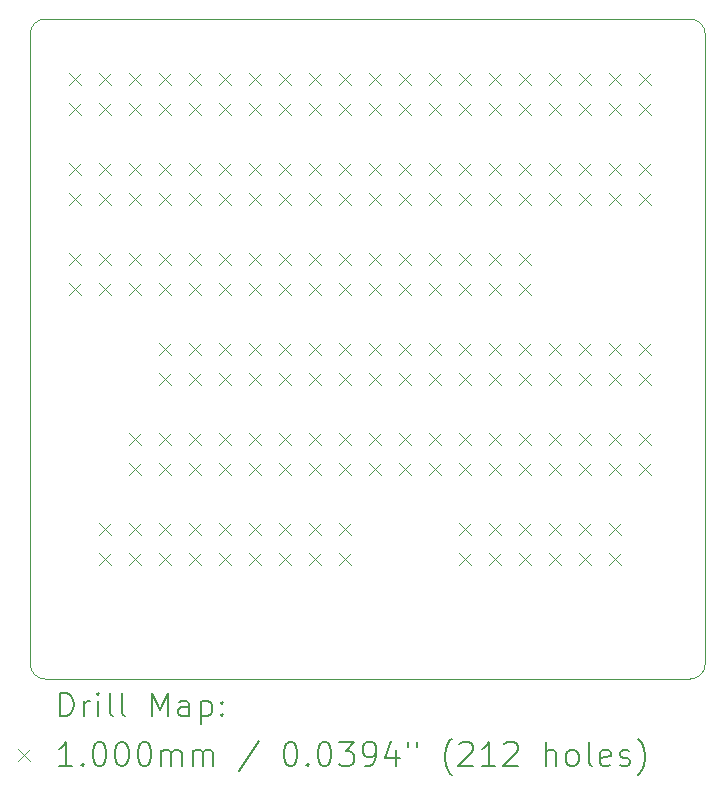
<source format=gbr>
%TF.GenerationSoftware,KiCad,Pcbnew,6.0.9-8da3e8f707~116~ubuntu20.04.1*%
%TF.CreationDate,2022-12-12T12:36:43+01:00*%
%TF.ProjectId,z_adaptor,7a5f6164-6170-4746-9f72-2e6b69636164,rev?*%
%TF.SameCoordinates,Original*%
%TF.FileFunction,Drillmap*%
%TF.FilePolarity,Positive*%
%FSLAX45Y45*%
G04 Gerber Fmt 4.5, Leading zero omitted, Abs format (unit mm)*
G04 Created by KiCad (PCBNEW 6.0.9-8da3e8f707~116~ubuntu20.04.1) date 2022-12-12 12:36:43*
%MOMM*%
%LPD*%
G01*
G04 APERTURE LIST*
%ADD10C,0.100000*%
%ADD11C,0.200000*%
G04 APERTURE END LIST*
D10*
X11049000Y-9271000D02*
G75*
G03*
X11176000Y-9398000I127000J0D01*
G01*
X11176000Y-3810000D02*
X16637000Y-3810000D01*
X16764000Y-3937000D02*
G75*
G03*
X16637000Y-3810000I-127000J0D01*
G01*
X16764000Y-3937000D02*
X16764000Y-9271000D01*
X16637000Y-9398000D02*
G75*
G03*
X16764000Y-9271000I0J127000D01*
G01*
X16637000Y-9398000D02*
X11176000Y-9398000D01*
X11049000Y-9271000D02*
X11049000Y-3937000D01*
X11176000Y-3810000D02*
G75*
G03*
X11049000Y-3937000I0J-127000D01*
G01*
D11*
D10*
X11380000Y-4268000D02*
X11480000Y-4368000D01*
X11480000Y-4268000D02*
X11380000Y-4368000D01*
X11380000Y-4522000D02*
X11480000Y-4622000D01*
X11480000Y-4522000D02*
X11380000Y-4622000D01*
X11380000Y-5030000D02*
X11480000Y-5130000D01*
X11480000Y-5030000D02*
X11380000Y-5130000D01*
X11380000Y-5284000D02*
X11480000Y-5384000D01*
X11480000Y-5284000D02*
X11380000Y-5384000D01*
X11380000Y-5792000D02*
X11480000Y-5892000D01*
X11480000Y-5792000D02*
X11380000Y-5892000D01*
X11380000Y-6046000D02*
X11480000Y-6146000D01*
X11480000Y-6046000D02*
X11380000Y-6146000D01*
X11634000Y-4268000D02*
X11734000Y-4368000D01*
X11734000Y-4268000D02*
X11634000Y-4368000D01*
X11634000Y-4522000D02*
X11734000Y-4622000D01*
X11734000Y-4522000D02*
X11634000Y-4622000D01*
X11634000Y-5030000D02*
X11734000Y-5130000D01*
X11734000Y-5030000D02*
X11634000Y-5130000D01*
X11634000Y-5284000D02*
X11734000Y-5384000D01*
X11734000Y-5284000D02*
X11634000Y-5384000D01*
X11634000Y-5792000D02*
X11734000Y-5892000D01*
X11734000Y-5792000D02*
X11634000Y-5892000D01*
X11634000Y-6046000D02*
X11734000Y-6146000D01*
X11734000Y-6046000D02*
X11634000Y-6146000D01*
X11634000Y-8078000D02*
X11734000Y-8178000D01*
X11734000Y-8078000D02*
X11634000Y-8178000D01*
X11634000Y-8332000D02*
X11734000Y-8432000D01*
X11734000Y-8332000D02*
X11634000Y-8432000D01*
X11888000Y-4268000D02*
X11988000Y-4368000D01*
X11988000Y-4268000D02*
X11888000Y-4368000D01*
X11888000Y-4522000D02*
X11988000Y-4622000D01*
X11988000Y-4522000D02*
X11888000Y-4622000D01*
X11888000Y-5030000D02*
X11988000Y-5130000D01*
X11988000Y-5030000D02*
X11888000Y-5130000D01*
X11888000Y-5284000D02*
X11988000Y-5384000D01*
X11988000Y-5284000D02*
X11888000Y-5384000D01*
X11888000Y-5792000D02*
X11988000Y-5892000D01*
X11988000Y-5792000D02*
X11888000Y-5892000D01*
X11888000Y-6046000D02*
X11988000Y-6146000D01*
X11988000Y-6046000D02*
X11888000Y-6146000D01*
X11888000Y-7316000D02*
X11988000Y-7416000D01*
X11988000Y-7316000D02*
X11888000Y-7416000D01*
X11888000Y-7570000D02*
X11988000Y-7670000D01*
X11988000Y-7570000D02*
X11888000Y-7670000D01*
X11888000Y-8078000D02*
X11988000Y-8178000D01*
X11988000Y-8078000D02*
X11888000Y-8178000D01*
X11888000Y-8332000D02*
X11988000Y-8432000D01*
X11988000Y-8332000D02*
X11888000Y-8432000D01*
X12142000Y-4268000D02*
X12242000Y-4368000D01*
X12242000Y-4268000D02*
X12142000Y-4368000D01*
X12142000Y-4522000D02*
X12242000Y-4622000D01*
X12242000Y-4522000D02*
X12142000Y-4622000D01*
X12142000Y-5030000D02*
X12242000Y-5130000D01*
X12242000Y-5030000D02*
X12142000Y-5130000D01*
X12142000Y-5284000D02*
X12242000Y-5384000D01*
X12242000Y-5284000D02*
X12142000Y-5384000D01*
X12142000Y-5792000D02*
X12242000Y-5892000D01*
X12242000Y-5792000D02*
X12142000Y-5892000D01*
X12142000Y-6046000D02*
X12242000Y-6146000D01*
X12242000Y-6046000D02*
X12142000Y-6146000D01*
X12142000Y-6554000D02*
X12242000Y-6654000D01*
X12242000Y-6554000D02*
X12142000Y-6654000D01*
X12142000Y-6808000D02*
X12242000Y-6908000D01*
X12242000Y-6808000D02*
X12142000Y-6908000D01*
X12142000Y-7316000D02*
X12242000Y-7416000D01*
X12242000Y-7316000D02*
X12142000Y-7416000D01*
X12142000Y-7570000D02*
X12242000Y-7670000D01*
X12242000Y-7570000D02*
X12142000Y-7670000D01*
X12142000Y-8078000D02*
X12242000Y-8178000D01*
X12242000Y-8078000D02*
X12142000Y-8178000D01*
X12142000Y-8332000D02*
X12242000Y-8432000D01*
X12242000Y-8332000D02*
X12142000Y-8432000D01*
X12396000Y-4268000D02*
X12496000Y-4368000D01*
X12496000Y-4268000D02*
X12396000Y-4368000D01*
X12396000Y-4522000D02*
X12496000Y-4622000D01*
X12496000Y-4522000D02*
X12396000Y-4622000D01*
X12396000Y-5030000D02*
X12496000Y-5130000D01*
X12496000Y-5030000D02*
X12396000Y-5130000D01*
X12396000Y-5284000D02*
X12496000Y-5384000D01*
X12496000Y-5284000D02*
X12396000Y-5384000D01*
X12396000Y-5792000D02*
X12496000Y-5892000D01*
X12496000Y-5792000D02*
X12396000Y-5892000D01*
X12396000Y-6046000D02*
X12496000Y-6146000D01*
X12496000Y-6046000D02*
X12396000Y-6146000D01*
X12396000Y-6554000D02*
X12496000Y-6654000D01*
X12496000Y-6554000D02*
X12396000Y-6654000D01*
X12396000Y-6808000D02*
X12496000Y-6908000D01*
X12496000Y-6808000D02*
X12396000Y-6908000D01*
X12396000Y-7316000D02*
X12496000Y-7416000D01*
X12496000Y-7316000D02*
X12396000Y-7416000D01*
X12396000Y-7570000D02*
X12496000Y-7670000D01*
X12496000Y-7570000D02*
X12396000Y-7670000D01*
X12396000Y-8078000D02*
X12496000Y-8178000D01*
X12496000Y-8078000D02*
X12396000Y-8178000D01*
X12396000Y-8332000D02*
X12496000Y-8432000D01*
X12496000Y-8332000D02*
X12396000Y-8432000D01*
X12650000Y-4268000D02*
X12750000Y-4368000D01*
X12750000Y-4268000D02*
X12650000Y-4368000D01*
X12650000Y-4522000D02*
X12750000Y-4622000D01*
X12750000Y-4522000D02*
X12650000Y-4622000D01*
X12650000Y-5030000D02*
X12750000Y-5130000D01*
X12750000Y-5030000D02*
X12650000Y-5130000D01*
X12650000Y-5284000D02*
X12750000Y-5384000D01*
X12750000Y-5284000D02*
X12650000Y-5384000D01*
X12650000Y-5792000D02*
X12750000Y-5892000D01*
X12750000Y-5792000D02*
X12650000Y-5892000D01*
X12650000Y-6046000D02*
X12750000Y-6146000D01*
X12750000Y-6046000D02*
X12650000Y-6146000D01*
X12650000Y-6554000D02*
X12750000Y-6654000D01*
X12750000Y-6554000D02*
X12650000Y-6654000D01*
X12650000Y-6808000D02*
X12750000Y-6908000D01*
X12750000Y-6808000D02*
X12650000Y-6908000D01*
X12650000Y-7316000D02*
X12750000Y-7416000D01*
X12750000Y-7316000D02*
X12650000Y-7416000D01*
X12650000Y-7570000D02*
X12750000Y-7670000D01*
X12750000Y-7570000D02*
X12650000Y-7670000D01*
X12650000Y-8078000D02*
X12750000Y-8178000D01*
X12750000Y-8078000D02*
X12650000Y-8178000D01*
X12650000Y-8332000D02*
X12750000Y-8432000D01*
X12750000Y-8332000D02*
X12650000Y-8432000D01*
X12904000Y-4268000D02*
X13004000Y-4368000D01*
X13004000Y-4268000D02*
X12904000Y-4368000D01*
X12904000Y-4522000D02*
X13004000Y-4622000D01*
X13004000Y-4522000D02*
X12904000Y-4622000D01*
X12904000Y-5030000D02*
X13004000Y-5130000D01*
X13004000Y-5030000D02*
X12904000Y-5130000D01*
X12904000Y-5284000D02*
X13004000Y-5384000D01*
X13004000Y-5284000D02*
X12904000Y-5384000D01*
X12904000Y-5792000D02*
X13004000Y-5892000D01*
X13004000Y-5792000D02*
X12904000Y-5892000D01*
X12904000Y-6046000D02*
X13004000Y-6146000D01*
X13004000Y-6046000D02*
X12904000Y-6146000D01*
X12904000Y-6554000D02*
X13004000Y-6654000D01*
X13004000Y-6554000D02*
X12904000Y-6654000D01*
X12904000Y-6808000D02*
X13004000Y-6908000D01*
X13004000Y-6808000D02*
X12904000Y-6908000D01*
X12904000Y-7316000D02*
X13004000Y-7416000D01*
X13004000Y-7316000D02*
X12904000Y-7416000D01*
X12904000Y-7570000D02*
X13004000Y-7670000D01*
X13004000Y-7570000D02*
X12904000Y-7670000D01*
X12904000Y-8078000D02*
X13004000Y-8178000D01*
X13004000Y-8078000D02*
X12904000Y-8178000D01*
X12904000Y-8332000D02*
X13004000Y-8432000D01*
X13004000Y-8332000D02*
X12904000Y-8432000D01*
X13158000Y-4268000D02*
X13258000Y-4368000D01*
X13258000Y-4268000D02*
X13158000Y-4368000D01*
X13158000Y-4522000D02*
X13258000Y-4622000D01*
X13258000Y-4522000D02*
X13158000Y-4622000D01*
X13158000Y-5030000D02*
X13258000Y-5130000D01*
X13258000Y-5030000D02*
X13158000Y-5130000D01*
X13158000Y-5284000D02*
X13258000Y-5384000D01*
X13258000Y-5284000D02*
X13158000Y-5384000D01*
X13158000Y-5792000D02*
X13258000Y-5892000D01*
X13258000Y-5792000D02*
X13158000Y-5892000D01*
X13158000Y-6046000D02*
X13258000Y-6146000D01*
X13258000Y-6046000D02*
X13158000Y-6146000D01*
X13158000Y-6554000D02*
X13258000Y-6654000D01*
X13258000Y-6554000D02*
X13158000Y-6654000D01*
X13158000Y-6808000D02*
X13258000Y-6908000D01*
X13258000Y-6808000D02*
X13158000Y-6908000D01*
X13158000Y-7316000D02*
X13258000Y-7416000D01*
X13258000Y-7316000D02*
X13158000Y-7416000D01*
X13158000Y-7570000D02*
X13258000Y-7670000D01*
X13258000Y-7570000D02*
X13158000Y-7670000D01*
X13158000Y-8078000D02*
X13258000Y-8178000D01*
X13258000Y-8078000D02*
X13158000Y-8178000D01*
X13158000Y-8332000D02*
X13258000Y-8432000D01*
X13258000Y-8332000D02*
X13158000Y-8432000D01*
X13412000Y-4268000D02*
X13512000Y-4368000D01*
X13512000Y-4268000D02*
X13412000Y-4368000D01*
X13412000Y-4522000D02*
X13512000Y-4622000D01*
X13512000Y-4522000D02*
X13412000Y-4622000D01*
X13412000Y-5030000D02*
X13512000Y-5130000D01*
X13512000Y-5030000D02*
X13412000Y-5130000D01*
X13412000Y-5284000D02*
X13512000Y-5384000D01*
X13512000Y-5284000D02*
X13412000Y-5384000D01*
X13412000Y-5792000D02*
X13512000Y-5892000D01*
X13512000Y-5792000D02*
X13412000Y-5892000D01*
X13412000Y-6046000D02*
X13512000Y-6146000D01*
X13512000Y-6046000D02*
X13412000Y-6146000D01*
X13412000Y-6554000D02*
X13512000Y-6654000D01*
X13512000Y-6554000D02*
X13412000Y-6654000D01*
X13412000Y-6808000D02*
X13512000Y-6908000D01*
X13512000Y-6808000D02*
X13412000Y-6908000D01*
X13412000Y-7316000D02*
X13512000Y-7416000D01*
X13512000Y-7316000D02*
X13412000Y-7416000D01*
X13412000Y-7570000D02*
X13512000Y-7670000D01*
X13512000Y-7570000D02*
X13412000Y-7670000D01*
X13412000Y-8078000D02*
X13512000Y-8178000D01*
X13512000Y-8078000D02*
X13412000Y-8178000D01*
X13412000Y-8332000D02*
X13512000Y-8432000D01*
X13512000Y-8332000D02*
X13412000Y-8432000D01*
X13666000Y-4268000D02*
X13766000Y-4368000D01*
X13766000Y-4268000D02*
X13666000Y-4368000D01*
X13666000Y-4522000D02*
X13766000Y-4622000D01*
X13766000Y-4522000D02*
X13666000Y-4622000D01*
X13666000Y-5030000D02*
X13766000Y-5130000D01*
X13766000Y-5030000D02*
X13666000Y-5130000D01*
X13666000Y-5284000D02*
X13766000Y-5384000D01*
X13766000Y-5284000D02*
X13666000Y-5384000D01*
X13666000Y-5792000D02*
X13766000Y-5892000D01*
X13766000Y-5792000D02*
X13666000Y-5892000D01*
X13666000Y-6046000D02*
X13766000Y-6146000D01*
X13766000Y-6046000D02*
X13666000Y-6146000D01*
X13666000Y-6554000D02*
X13766000Y-6654000D01*
X13766000Y-6554000D02*
X13666000Y-6654000D01*
X13666000Y-6808000D02*
X13766000Y-6908000D01*
X13766000Y-6808000D02*
X13666000Y-6908000D01*
X13666000Y-7316000D02*
X13766000Y-7416000D01*
X13766000Y-7316000D02*
X13666000Y-7416000D01*
X13666000Y-7570000D02*
X13766000Y-7670000D01*
X13766000Y-7570000D02*
X13666000Y-7670000D01*
X13666000Y-8078000D02*
X13766000Y-8178000D01*
X13766000Y-8078000D02*
X13666000Y-8178000D01*
X13666000Y-8332000D02*
X13766000Y-8432000D01*
X13766000Y-8332000D02*
X13666000Y-8432000D01*
X13920000Y-4268000D02*
X14020000Y-4368000D01*
X14020000Y-4268000D02*
X13920000Y-4368000D01*
X13920000Y-4522000D02*
X14020000Y-4622000D01*
X14020000Y-4522000D02*
X13920000Y-4622000D01*
X13920000Y-5030000D02*
X14020000Y-5130000D01*
X14020000Y-5030000D02*
X13920000Y-5130000D01*
X13920000Y-5284000D02*
X14020000Y-5384000D01*
X14020000Y-5284000D02*
X13920000Y-5384000D01*
X13920000Y-5792000D02*
X14020000Y-5892000D01*
X14020000Y-5792000D02*
X13920000Y-5892000D01*
X13920000Y-6046000D02*
X14020000Y-6146000D01*
X14020000Y-6046000D02*
X13920000Y-6146000D01*
X13920000Y-6554000D02*
X14020000Y-6654000D01*
X14020000Y-6554000D02*
X13920000Y-6654000D01*
X13920000Y-6808000D02*
X14020000Y-6908000D01*
X14020000Y-6808000D02*
X13920000Y-6908000D01*
X13920000Y-7316000D02*
X14020000Y-7416000D01*
X14020000Y-7316000D02*
X13920000Y-7416000D01*
X13920000Y-7570000D02*
X14020000Y-7670000D01*
X14020000Y-7570000D02*
X13920000Y-7670000D01*
X14174000Y-4268000D02*
X14274000Y-4368000D01*
X14274000Y-4268000D02*
X14174000Y-4368000D01*
X14174000Y-4522000D02*
X14274000Y-4622000D01*
X14274000Y-4522000D02*
X14174000Y-4622000D01*
X14174000Y-5030000D02*
X14274000Y-5130000D01*
X14274000Y-5030000D02*
X14174000Y-5130000D01*
X14174000Y-5284000D02*
X14274000Y-5384000D01*
X14274000Y-5284000D02*
X14174000Y-5384000D01*
X14174000Y-5792000D02*
X14274000Y-5892000D01*
X14274000Y-5792000D02*
X14174000Y-5892000D01*
X14174000Y-6046000D02*
X14274000Y-6146000D01*
X14274000Y-6046000D02*
X14174000Y-6146000D01*
X14174000Y-6554000D02*
X14274000Y-6654000D01*
X14274000Y-6554000D02*
X14174000Y-6654000D01*
X14174000Y-6808000D02*
X14274000Y-6908000D01*
X14274000Y-6808000D02*
X14174000Y-6908000D01*
X14174000Y-7316000D02*
X14274000Y-7416000D01*
X14274000Y-7316000D02*
X14174000Y-7416000D01*
X14174000Y-7570000D02*
X14274000Y-7670000D01*
X14274000Y-7570000D02*
X14174000Y-7670000D01*
X14428000Y-4268000D02*
X14528000Y-4368000D01*
X14528000Y-4268000D02*
X14428000Y-4368000D01*
X14428000Y-4522000D02*
X14528000Y-4622000D01*
X14528000Y-4522000D02*
X14428000Y-4622000D01*
X14428000Y-5030000D02*
X14528000Y-5130000D01*
X14528000Y-5030000D02*
X14428000Y-5130000D01*
X14428000Y-5284000D02*
X14528000Y-5384000D01*
X14528000Y-5284000D02*
X14428000Y-5384000D01*
X14428000Y-5792000D02*
X14528000Y-5892000D01*
X14528000Y-5792000D02*
X14428000Y-5892000D01*
X14428000Y-6046000D02*
X14528000Y-6146000D01*
X14528000Y-6046000D02*
X14428000Y-6146000D01*
X14428000Y-6554000D02*
X14528000Y-6654000D01*
X14528000Y-6554000D02*
X14428000Y-6654000D01*
X14428000Y-6808000D02*
X14528000Y-6908000D01*
X14528000Y-6808000D02*
X14428000Y-6908000D01*
X14428000Y-7316000D02*
X14528000Y-7416000D01*
X14528000Y-7316000D02*
X14428000Y-7416000D01*
X14428000Y-7570000D02*
X14528000Y-7670000D01*
X14528000Y-7570000D02*
X14428000Y-7670000D01*
X14682000Y-4268000D02*
X14782000Y-4368000D01*
X14782000Y-4268000D02*
X14682000Y-4368000D01*
X14682000Y-4522000D02*
X14782000Y-4622000D01*
X14782000Y-4522000D02*
X14682000Y-4622000D01*
X14682000Y-5030000D02*
X14782000Y-5130000D01*
X14782000Y-5030000D02*
X14682000Y-5130000D01*
X14682000Y-5284000D02*
X14782000Y-5384000D01*
X14782000Y-5284000D02*
X14682000Y-5384000D01*
X14682000Y-5792000D02*
X14782000Y-5892000D01*
X14782000Y-5792000D02*
X14682000Y-5892000D01*
X14682000Y-6046000D02*
X14782000Y-6146000D01*
X14782000Y-6046000D02*
X14682000Y-6146000D01*
X14682000Y-6554000D02*
X14782000Y-6654000D01*
X14782000Y-6554000D02*
X14682000Y-6654000D01*
X14682000Y-6808000D02*
X14782000Y-6908000D01*
X14782000Y-6808000D02*
X14682000Y-6908000D01*
X14682000Y-7316000D02*
X14782000Y-7416000D01*
X14782000Y-7316000D02*
X14682000Y-7416000D01*
X14682000Y-7570000D02*
X14782000Y-7670000D01*
X14782000Y-7570000D02*
X14682000Y-7670000D01*
X14682000Y-8078000D02*
X14782000Y-8178000D01*
X14782000Y-8078000D02*
X14682000Y-8178000D01*
X14682000Y-8332000D02*
X14782000Y-8432000D01*
X14782000Y-8332000D02*
X14682000Y-8432000D01*
X14936000Y-4268000D02*
X15036000Y-4368000D01*
X15036000Y-4268000D02*
X14936000Y-4368000D01*
X14936000Y-4522000D02*
X15036000Y-4622000D01*
X15036000Y-4522000D02*
X14936000Y-4622000D01*
X14936000Y-5030000D02*
X15036000Y-5130000D01*
X15036000Y-5030000D02*
X14936000Y-5130000D01*
X14936000Y-5284000D02*
X15036000Y-5384000D01*
X15036000Y-5284000D02*
X14936000Y-5384000D01*
X14936000Y-5792000D02*
X15036000Y-5892000D01*
X15036000Y-5792000D02*
X14936000Y-5892000D01*
X14936000Y-6046000D02*
X15036000Y-6146000D01*
X15036000Y-6046000D02*
X14936000Y-6146000D01*
X14936000Y-6554000D02*
X15036000Y-6654000D01*
X15036000Y-6554000D02*
X14936000Y-6654000D01*
X14936000Y-6808000D02*
X15036000Y-6908000D01*
X15036000Y-6808000D02*
X14936000Y-6908000D01*
X14936000Y-7316000D02*
X15036000Y-7416000D01*
X15036000Y-7316000D02*
X14936000Y-7416000D01*
X14936000Y-7570000D02*
X15036000Y-7670000D01*
X15036000Y-7570000D02*
X14936000Y-7670000D01*
X14936000Y-8078000D02*
X15036000Y-8178000D01*
X15036000Y-8078000D02*
X14936000Y-8178000D01*
X14936000Y-8332000D02*
X15036000Y-8432000D01*
X15036000Y-8332000D02*
X14936000Y-8432000D01*
X15190000Y-4268000D02*
X15290000Y-4368000D01*
X15290000Y-4268000D02*
X15190000Y-4368000D01*
X15190000Y-4522000D02*
X15290000Y-4622000D01*
X15290000Y-4522000D02*
X15190000Y-4622000D01*
X15190000Y-5030000D02*
X15290000Y-5130000D01*
X15290000Y-5030000D02*
X15190000Y-5130000D01*
X15190000Y-5284000D02*
X15290000Y-5384000D01*
X15290000Y-5284000D02*
X15190000Y-5384000D01*
X15190000Y-5792000D02*
X15290000Y-5892000D01*
X15290000Y-5792000D02*
X15190000Y-5892000D01*
X15190000Y-6046000D02*
X15290000Y-6146000D01*
X15290000Y-6046000D02*
X15190000Y-6146000D01*
X15190000Y-6554000D02*
X15290000Y-6654000D01*
X15290000Y-6554000D02*
X15190000Y-6654000D01*
X15190000Y-6808000D02*
X15290000Y-6908000D01*
X15290000Y-6808000D02*
X15190000Y-6908000D01*
X15190000Y-7316000D02*
X15290000Y-7416000D01*
X15290000Y-7316000D02*
X15190000Y-7416000D01*
X15190000Y-7570000D02*
X15290000Y-7670000D01*
X15290000Y-7570000D02*
X15190000Y-7670000D01*
X15190000Y-8078000D02*
X15290000Y-8178000D01*
X15290000Y-8078000D02*
X15190000Y-8178000D01*
X15190000Y-8332000D02*
X15290000Y-8432000D01*
X15290000Y-8332000D02*
X15190000Y-8432000D01*
X15444000Y-4268000D02*
X15544000Y-4368000D01*
X15544000Y-4268000D02*
X15444000Y-4368000D01*
X15444000Y-4522000D02*
X15544000Y-4622000D01*
X15544000Y-4522000D02*
X15444000Y-4622000D01*
X15444000Y-5030000D02*
X15544000Y-5130000D01*
X15544000Y-5030000D02*
X15444000Y-5130000D01*
X15444000Y-5284000D02*
X15544000Y-5384000D01*
X15544000Y-5284000D02*
X15444000Y-5384000D01*
X15444000Y-6554000D02*
X15544000Y-6654000D01*
X15544000Y-6554000D02*
X15444000Y-6654000D01*
X15444000Y-6808000D02*
X15544000Y-6908000D01*
X15544000Y-6808000D02*
X15444000Y-6908000D01*
X15444000Y-7316000D02*
X15544000Y-7416000D01*
X15544000Y-7316000D02*
X15444000Y-7416000D01*
X15444000Y-7570000D02*
X15544000Y-7670000D01*
X15544000Y-7570000D02*
X15444000Y-7670000D01*
X15444000Y-8078000D02*
X15544000Y-8178000D01*
X15544000Y-8078000D02*
X15444000Y-8178000D01*
X15444000Y-8332000D02*
X15544000Y-8432000D01*
X15544000Y-8332000D02*
X15444000Y-8432000D01*
X15698000Y-4268000D02*
X15798000Y-4368000D01*
X15798000Y-4268000D02*
X15698000Y-4368000D01*
X15698000Y-4522000D02*
X15798000Y-4622000D01*
X15798000Y-4522000D02*
X15698000Y-4622000D01*
X15698000Y-5030000D02*
X15798000Y-5130000D01*
X15798000Y-5030000D02*
X15698000Y-5130000D01*
X15698000Y-5284000D02*
X15798000Y-5384000D01*
X15798000Y-5284000D02*
X15698000Y-5384000D01*
X15698000Y-6554000D02*
X15798000Y-6654000D01*
X15798000Y-6554000D02*
X15698000Y-6654000D01*
X15698000Y-6808000D02*
X15798000Y-6908000D01*
X15798000Y-6808000D02*
X15698000Y-6908000D01*
X15698000Y-7316000D02*
X15798000Y-7416000D01*
X15798000Y-7316000D02*
X15698000Y-7416000D01*
X15698000Y-7570000D02*
X15798000Y-7670000D01*
X15798000Y-7570000D02*
X15698000Y-7670000D01*
X15698000Y-8078000D02*
X15798000Y-8178000D01*
X15798000Y-8078000D02*
X15698000Y-8178000D01*
X15698000Y-8332000D02*
X15798000Y-8432000D01*
X15798000Y-8332000D02*
X15698000Y-8432000D01*
X15952000Y-4268000D02*
X16052000Y-4368000D01*
X16052000Y-4268000D02*
X15952000Y-4368000D01*
X15952000Y-4522000D02*
X16052000Y-4622000D01*
X16052000Y-4522000D02*
X15952000Y-4622000D01*
X15952000Y-5030000D02*
X16052000Y-5130000D01*
X16052000Y-5030000D02*
X15952000Y-5130000D01*
X15952000Y-5284000D02*
X16052000Y-5384000D01*
X16052000Y-5284000D02*
X15952000Y-5384000D01*
X15952000Y-6554000D02*
X16052000Y-6654000D01*
X16052000Y-6554000D02*
X15952000Y-6654000D01*
X15952000Y-6808000D02*
X16052000Y-6908000D01*
X16052000Y-6808000D02*
X15952000Y-6908000D01*
X15952000Y-7316000D02*
X16052000Y-7416000D01*
X16052000Y-7316000D02*
X15952000Y-7416000D01*
X15952000Y-7570000D02*
X16052000Y-7670000D01*
X16052000Y-7570000D02*
X15952000Y-7670000D01*
X15952000Y-8078000D02*
X16052000Y-8178000D01*
X16052000Y-8078000D02*
X15952000Y-8178000D01*
X15952000Y-8332000D02*
X16052000Y-8432000D01*
X16052000Y-8332000D02*
X15952000Y-8432000D01*
X16206000Y-4268000D02*
X16306000Y-4368000D01*
X16306000Y-4268000D02*
X16206000Y-4368000D01*
X16206000Y-4522000D02*
X16306000Y-4622000D01*
X16306000Y-4522000D02*
X16206000Y-4622000D01*
X16206000Y-5030000D02*
X16306000Y-5130000D01*
X16306000Y-5030000D02*
X16206000Y-5130000D01*
X16206000Y-5284000D02*
X16306000Y-5384000D01*
X16306000Y-5284000D02*
X16206000Y-5384000D01*
X16206000Y-6554000D02*
X16306000Y-6654000D01*
X16306000Y-6554000D02*
X16206000Y-6654000D01*
X16206000Y-6808000D02*
X16306000Y-6908000D01*
X16306000Y-6808000D02*
X16206000Y-6908000D01*
X16206000Y-7316000D02*
X16306000Y-7416000D01*
X16306000Y-7316000D02*
X16206000Y-7416000D01*
X16206000Y-7570000D02*
X16306000Y-7670000D01*
X16306000Y-7570000D02*
X16206000Y-7670000D01*
D11*
X11301619Y-9713476D02*
X11301619Y-9513476D01*
X11349238Y-9513476D01*
X11377809Y-9523000D01*
X11396857Y-9542048D01*
X11406381Y-9561095D01*
X11415905Y-9599190D01*
X11415905Y-9627762D01*
X11406381Y-9665857D01*
X11396857Y-9684905D01*
X11377809Y-9703952D01*
X11349238Y-9713476D01*
X11301619Y-9713476D01*
X11501619Y-9713476D02*
X11501619Y-9580143D01*
X11501619Y-9618238D02*
X11511143Y-9599190D01*
X11520667Y-9589667D01*
X11539714Y-9580143D01*
X11558762Y-9580143D01*
X11625428Y-9713476D02*
X11625428Y-9580143D01*
X11625428Y-9513476D02*
X11615905Y-9523000D01*
X11625428Y-9532524D01*
X11634952Y-9523000D01*
X11625428Y-9513476D01*
X11625428Y-9532524D01*
X11749238Y-9713476D02*
X11730190Y-9703952D01*
X11720667Y-9684905D01*
X11720667Y-9513476D01*
X11854000Y-9713476D02*
X11834952Y-9703952D01*
X11825428Y-9684905D01*
X11825428Y-9513476D01*
X12082571Y-9713476D02*
X12082571Y-9513476D01*
X12149238Y-9656333D01*
X12215905Y-9513476D01*
X12215905Y-9713476D01*
X12396857Y-9713476D02*
X12396857Y-9608714D01*
X12387333Y-9589667D01*
X12368286Y-9580143D01*
X12330190Y-9580143D01*
X12311143Y-9589667D01*
X12396857Y-9703952D02*
X12377809Y-9713476D01*
X12330190Y-9713476D01*
X12311143Y-9703952D01*
X12301619Y-9684905D01*
X12301619Y-9665857D01*
X12311143Y-9646810D01*
X12330190Y-9637286D01*
X12377809Y-9637286D01*
X12396857Y-9627762D01*
X12492095Y-9580143D02*
X12492095Y-9780143D01*
X12492095Y-9589667D02*
X12511143Y-9580143D01*
X12549238Y-9580143D01*
X12568286Y-9589667D01*
X12577809Y-9599190D01*
X12587333Y-9618238D01*
X12587333Y-9675381D01*
X12577809Y-9694429D01*
X12568286Y-9703952D01*
X12549238Y-9713476D01*
X12511143Y-9713476D01*
X12492095Y-9703952D01*
X12673048Y-9694429D02*
X12682571Y-9703952D01*
X12673048Y-9713476D01*
X12663524Y-9703952D01*
X12673048Y-9694429D01*
X12673048Y-9713476D01*
X12673048Y-9589667D02*
X12682571Y-9599190D01*
X12673048Y-9608714D01*
X12663524Y-9599190D01*
X12673048Y-9589667D01*
X12673048Y-9608714D01*
D10*
X10944000Y-9993000D02*
X11044000Y-10093000D01*
X11044000Y-9993000D02*
X10944000Y-10093000D01*
D11*
X11406381Y-10133476D02*
X11292095Y-10133476D01*
X11349238Y-10133476D02*
X11349238Y-9933476D01*
X11330190Y-9962048D01*
X11311143Y-9981095D01*
X11292095Y-9990619D01*
X11492095Y-10114429D02*
X11501619Y-10123952D01*
X11492095Y-10133476D01*
X11482571Y-10123952D01*
X11492095Y-10114429D01*
X11492095Y-10133476D01*
X11625428Y-9933476D02*
X11644476Y-9933476D01*
X11663524Y-9943000D01*
X11673048Y-9952524D01*
X11682571Y-9971571D01*
X11692095Y-10009667D01*
X11692095Y-10057286D01*
X11682571Y-10095381D01*
X11673048Y-10114429D01*
X11663524Y-10123952D01*
X11644476Y-10133476D01*
X11625428Y-10133476D01*
X11606381Y-10123952D01*
X11596857Y-10114429D01*
X11587333Y-10095381D01*
X11577809Y-10057286D01*
X11577809Y-10009667D01*
X11587333Y-9971571D01*
X11596857Y-9952524D01*
X11606381Y-9943000D01*
X11625428Y-9933476D01*
X11815905Y-9933476D02*
X11834952Y-9933476D01*
X11854000Y-9943000D01*
X11863524Y-9952524D01*
X11873048Y-9971571D01*
X11882571Y-10009667D01*
X11882571Y-10057286D01*
X11873048Y-10095381D01*
X11863524Y-10114429D01*
X11854000Y-10123952D01*
X11834952Y-10133476D01*
X11815905Y-10133476D01*
X11796857Y-10123952D01*
X11787333Y-10114429D01*
X11777809Y-10095381D01*
X11768286Y-10057286D01*
X11768286Y-10009667D01*
X11777809Y-9971571D01*
X11787333Y-9952524D01*
X11796857Y-9943000D01*
X11815905Y-9933476D01*
X12006381Y-9933476D02*
X12025428Y-9933476D01*
X12044476Y-9943000D01*
X12054000Y-9952524D01*
X12063524Y-9971571D01*
X12073048Y-10009667D01*
X12073048Y-10057286D01*
X12063524Y-10095381D01*
X12054000Y-10114429D01*
X12044476Y-10123952D01*
X12025428Y-10133476D01*
X12006381Y-10133476D01*
X11987333Y-10123952D01*
X11977809Y-10114429D01*
X11968286Y-10095381D01*
X11958762Y-10057286D01*
X11958762Y-10009667D01*
X11968286Y-9971571D01*
X11977809Y-9952524D01*
X11987333Y-9943000D01*
X12006381Y-9933476D01*
X12158762Y-10133476D02*
X12158762Y-10000143D01*
X12158762Y-10019190D02*
X12168286Y-10009667D01*
X12187333Y-10000143D01*
X12215905Y-10000143D01*
X12234952Y-10009667D01*
X12244476Y-10028714D01*
X12244476Y-10133476D01*
X12244476Y-10028714D02*
X12254000Y-10009667D01*
X12273048Y-10000143D01*
X12301619Y-10000143D01*
X12320667Y-10009667D01*
X12330190Y-10028714D01*
X12330190Y-10133476D01*
X12425428Y-10133476D02*
X12425428Y-10000143D01*
X12425428Y-10019190D02*
X12434952Y-10009667D01*
X12454000Y-10000143D01*
X12482571Y-10000143D01*
X12501619Y-10009667D01*
X12511143Y-10028714D01*
X12511143Y-10133476D01*
X12511143Y-10028714D02*
X12520667Y-10009667D01*
X12539714Y-10000143D01*
X12568286Y-10000143D01*
X12587333Y-10009667D01*
X12596857Y-10028714D01*
X12596857Y-10133476D01*
X12987333Y-9923952D02*
X12815905Y-10181095D01*
X13244476Y-9933476D02*
X13263524Y-9933476D01*
X13282571Y-9943000D01*
X13292095Y-9952524D01*
X13301619Y-9971571D01*
X13311143Y-10009667D01*
X13311143Y-10057286D01*
X13301619Y-10095381D01*
X13292095Y-10114429D01*
X13282571Y-10123952D01*
X13263524Y-10133476D01*
X13244476Y-10133476D01*
X13225428Y-10123952D01*
X13215905Y-10114429D01*
X13206381Y-10095381D01*
X13196857Y-10057286D01*
X13196857Y-10009667D01*
X13206381Y-9971571D01*
X13215905Y-9952524D01*
X13225428Y-9943000D01*
X13244476Y-9933476D01*
X13396857Y-10114429D02*
X13406381Y-10123952D01*
X13396857Y-10133476D01*
X13387333Y-10123952D01*
X13396857Y-10114429D01*
X13396857Y-10133476D01*
X13530190Y-9933476D02*
X13549238Y-9933476D01*
X13568286Y-9943000D01*
X13577809Y-9952524D01*
X13587333Y-9971571D01*
X13596857Y-10009667D01*
X13596857Y-10057286D01*
X13587333Y-10095381D01*
X13577809Y-10114429D01*
X13568286Y-10123952D01*
X13549238Y-10133476D01*
X13530190Y-10133476D01*
X13511143Y-10123952D01*
X13501619Y-10114429D01*
X13492095Y-10095381D01*
X13482571Y-10057286D01*
X13482571Y-10009667D01*
X13492095Y-9971571D01*
X13501619Y-9952524D01*
X13511143Y-9943000D01*
X13530190Y-9933476D01*
X13663524Y-9933476D02*
X13787333Y-9933476D01*
X13720667Y-10009667D01*
X13749238Y-10009667D01*
X13768286Y-10019190D01*
X13777809Y-10028714D01*
X13787333Y-10047762D01*
X13787333Y-10095381D01*
X13777809Y-10114429D01*
X13768286Y-10123952D01*
X13749238Y-10133476D01*
X13692095Y-10133476D01*
X13673048Y-10123952D01*
X13663524Y-10114429D01*
X13882571Y-10133476D02*
X13920667Y-10133476D01*
X13939714Y-10123952D01*
X13949238Y-10114429D01*
X13968286Y-10085857D01*
X13977809Y-10047762D01*
X13977809Y-9971571D01*
X13968286Y-9952524D01*
X13958762Y-9943000D01*
X13939714Y-9933476D01*
X13901619Y-9933476D01*
X13882571Y-9943000D01*
X13873048Y-9952524D01*
X13863524Y-9971571D01*
X13863524Y-10019190D01*
X13873048Y-10038238D01*
X13882571Y-10047762D01*
X13901619Y-10057286D01*
X13939714Y-10057286D01*
X13958762Y-10047762D01*
X13968286Y-10038238D01*
X13977809Y-10019190D01*
X14149238Y-10000143D02*
X14149238Y-10133476D01*
X14101619Y-9923952D02*
X14054000Y-10066810D01*
X14177809Y-10066810D01*
X14244476Y-9933476D02*
X14244476Y-9971571D01*
X14320667Y-9933476D02*
X14320667Y-9971571D01*
X14615905Y-10209667D02*
X14606381Y-10200143D01*
X14587333Y-10171571D01*
X14577809Y-10152524D01*
X14568286Y-10123952D01*
X14558762Y-10076333D01*
X14558762Y-10038238D01*
X14568286Y-9990619D01*
X14577809Y-9962048D01*
X14587333Y-9943000D01*
X14606381Y-9914429D01*
X14615905Y-9904905D01*
X14682571Y-9952524D02*
X14692095Y-9943000D01*
X14711143Y-9933476D01*
X14758762Y-9933476D01*
X14777809Y-9943000D01*
X14787333Y-9952524D01*
X14796857Y-9971571D01*
X14796857Y-9990619D01*
X14787333Y-10019190D01*
X14673048Y-10133476D01*
X14796857Y-10133476D01*
X14987333Y-10133476D02*
X14873048Y-10133476D01*
X14930190Y-10133476D02*
X14930190Y-9933476D01*
X14911143Y-9962048D01*
X14892095Y-9981095D01*
X14873048Y-9990619D01*
X15063524Y-9952524D02*
X15073048Y-9943000D01*
X15092095Y-9933476D01*
X15139714Y-9933476D01*
X15158762Y-9943000D01*
X15168286Y-9952524D01*
X15177809Y-9971571D01*
X15177809Y-9990619D01*
X15168286Y-10019190D01*
X15054000Y-10133476D01*
X15177809Y-10133476D01*
X15415905Y-10133476D02*
X15415905Y-9933476D01*
X15501619Y-10133476D02*
X15501619Y-10028714D01*
X15492095Y-10009667D01*
X15473048Y-10000143D01*
X15444476Y-10000143D01*
X15425428Y-10009667D01*
X15415905Y-10019190D01*
X15625428Y-10133476D02*
X15606381Y-10123952D01*
X15596857Y-10114429D01*
X15587333Y-10095381D01*
X15587333Y-10038238D01*
X15596857Y-10019190D01*
X15606381Y-10009667D01*
X15625428Y-10000143D01*
X15654000Y-10000143D01*
X15673048Y-10009667D01*
X15682571Y-10019190D01*
X15692095Y-10038238D01*
X15692095Y-10095381D01*
X15682571Y-10114429D01*
X15673048Y-10123952D01*
X15654000Y-10133476D01*
X15625428Y-10133476D01*
X15806381Y-10133476D02*
X15787333Y-10123952D01*
X15777809Y-10104905D01*
X15777809Y-9933476D01*
X15958762Y-10123952D02*
X15939714Y-10133476D01*
X15901619Y-10133476D01*
X15882571Y-10123952D01*
X15873048Y-10104905D01*
X15873048Y-10028714D01*
X15882571Y-10009667D01*
X15901619Y-10000143D01*
X15939714Y-10000143D01*
X15958762Y-10009667D01*
X15968286Y-10028714D01*
X15968286Y-10047762D01*
X15873048Y-10066810D01*
X16044476Y-10123952D02*
X16063524Y-10133476D01*
X16101619Y-10133476D01*
X16120667Y-10123952D01*
X16130190Y-10104905D01*
X16130190Y-10095381D01*
X16120667Y-10076333D01*
X16101619Y-10066810D01*
X16073048Y-10066810D01*
X16054000Y-10057286D01*
X16044476Y-10038238D01*
X16044476Y-10028714D01*
X16054000Y-10009667D01*
X16073048Y-10000143D01*
X16101619Y-10000143D01*
X16120667Y-10009667D01*
X16196857Y-10209667D02*
X16206381Y-10200143D01*
X16225428Y-10171571D01*
X16234952Y-10152524D01*
X16244476Y-10123952D01*
X16254000Y-10076333D01*
X16254000Y-10038238D01*
X16244476Y-9990619D01*
X16234952Y-9962048D01*
X16225428Y-9943000D01*
X16206381Y-9914429D01*
X16196857Y-9904905D01*
M02*

</source>
